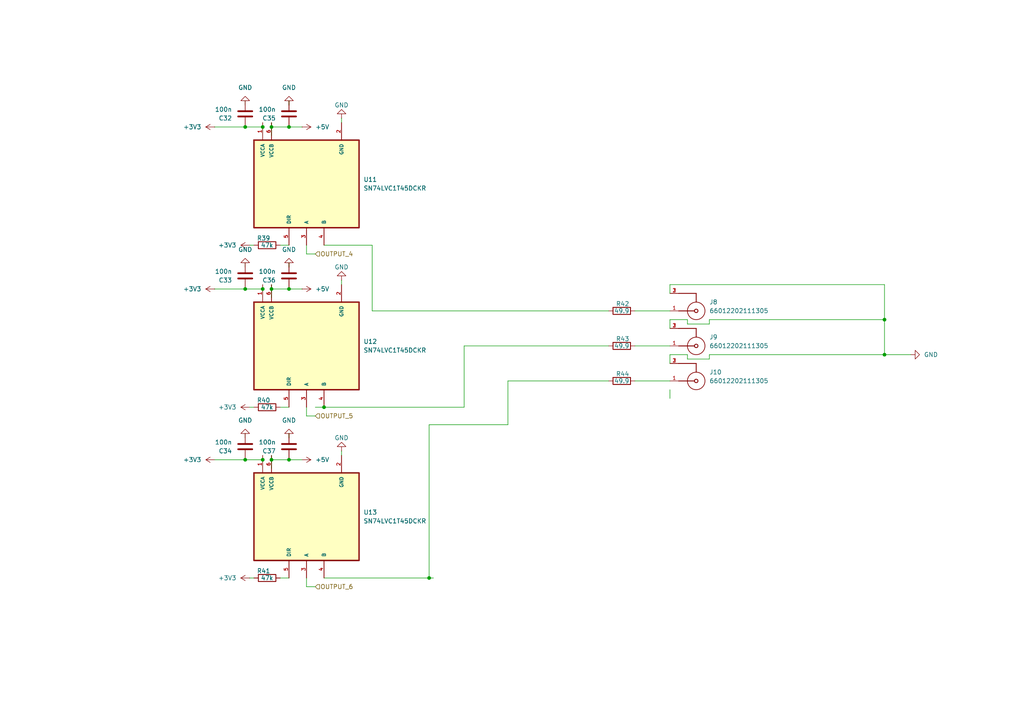
<source format=kicad_sch>
(kicad_sch (version 20250114) (generator "eeschema") (generator_version "9.0")
  (paper "A4")
  (title_block (title "OpenSync Output Ports 4 to 6") (date "2025-11-18") (rev "0.1") (company "OpenPIV Consortium"))
  (lib_symbols
    (symbol "66012202111305:66012202111305" (pin_names (offset 1.016))
      (property "Reference" "J" (at 0 3.54 0))
      (property "Value" "66012202111305" (at -5.08 -8.08 0))
      (symbol "66012202111305_0_0"
        (circle (center 0 0) (radius 0.5) (stroke (width 0.254)))
        (circle (center 0 0) (radius 2.54) (stroke (width 0.2)))
        (polyline (pts (xy 0 -2.54) (xy 0 -5.08)) (stroke (width 0.254)))
        (polyline (pts (xy 0 -5.08) (xy 5.08 -5.08)) (stroke (width 0.254)))
        (polyline (pts (xy 5.08 0) (xy 0.54 0)) (stroke (width 0.254)))
        (pin passive line (at 7.62 0 180) (length 2.54) (name "~") (number "1"))
        (pin passive line (at 7.62 -5.08 180) (length 2.54) (name "~") (number "2"))
        (pin passive line (at 7.62 -5.08 180) (length 2.54) (name "~") (number "3"))
      )
    )
    (symbol "Device:C" (pin_numbers (hide yes)) (pin_names (offset 0.254))
      (property "Reference" "C" (at 0.635 2.54 0))
      (property "Value" "C" (at 0.635 -2.54 0))
      (symbol "C_0_1"
        (polyline (pts (xy -2.032 0.762) (xy 2.032 0.762)) (stroke (width 0.508)))
        (polyline (pts (xy -2.032 -0.762) (xy 2.032 -0.762)) (stroke (width 0.508)))
      )
      (symbol "C_1_1"
        (pin passive line (at 0 3.81 270) (length 2.794) (name "~") (number "1"))
        (pin passive line (at 0 -3.81 90) (length 2.794) (name "~") (number "2"))
      )
    )
    (symbol "Device:R" (pin_numbers (hide yes)) (pin_names (offset 0))
      (property "Reference" "R" (at 2.032 0 90))
      (property "Value" "R" (at 0 0 90))
      (symbol "R_0_1"
        (rectangle (start -1.016 -2.54) (end 1.016 2.54) (stroke (width 0.254)))
      )
      (symbol "R_1_1"
        (pin passive line (at 0 3.81 270) (length 1.27) (name "~") (number "1"))
        (pin passive line (at 0 -3.81 90) (length 1.27) (name "~") (number "2"))
      )
    )
    (symbol "SN74LVC1T45DCKR:SN74LVC1T45DCKR" (pin_names (offset 1.016))
      (property "Reference" "U" (at -12.7 16.24 0))
      (property "Value" "SN74LVC1T45DCKR" (at -12.7 -19.24 0))
      (symbol "SN74LVC1T45DCKR_0_0"
        (rectangle (start -12.7 -15.24) (end 12.7 15.24) (stroke (width 0.41)) (fill (type background)))
        (pin input line (at -17.78 5.08 0) (length 5.08) (name "DIR") (number "5"))
        (pin bidirectional line (at -17.78 0 0) (length 5.08) (name "A") (number "3"))
        (pin bidirectional line (at -17.78 -5.08 0) (length 5.08) (name "B") (number "4"))
        (pin power_in line (at 17.78 12.7 180) (length 5.08) (name "VCCA") (number "1"))
        (pin power_in line (at 17.78 10.16 180) (length 5.08) (name "VCCB") (number "6"))
        (pin power_in line (at 17.78 -10.16 180) (length 5.08) (name "GND") (number "2"))
      )
    )
    (symbol "power:+3V3" (power) (pin_numbers (hide yes)) (pin_names (offset 0) (hide yes))
      (property "Value" "+3V3" (at 0 3.556 0))
      (symbol "+3V3_0_1"
        (polyline (pts (xy -0.762 1.27) (xy 0 2.54)))
        (polyline (pts (xy 0 2.54) (xy 0.762 1.27)))
        (polyline (pts (xy 0 0) (xy 0 2.54)))
      )
      (symbol "+3V3_1_1"
        (pin power_in line (at 0 0 90) (length 0) (name "~") (number "1"))
      )
    )
    (symbol "power:+5V" (power) (pin_numbers (hide yes)) (pin_names (offset 0) (hide yes))
      (property "Value" "+5V" (at 0 3.556 0))
      (symbol "+5V_0_1"
        (polyline (pts (xy -0.762 1.27) (xy 0 2.54)))
        (polyline (pts (xy 0 2.54) (xy 0.762 1.27)))
        (polyline (pts (xy 0 0) (xy 0 2.54)))
      )
      (symbol "+5V_1_1"
        (pin power_in line (at 0 0 90) (length 0) (name "~") (number "1"))
      )
    )
    (symbol "power:GND" (power) (pin_numbers (hide yes)) (pin_names (offset 0) (hide yes))
      (property "Value" "GND" (at 0 -3.81 0))
      (symbol "GND_0_1"
        (polyline (pts (xy 0 0) (xy 0 -1.27) (xy 1.27 -1.27) (xy 0 -2.54) (xy -1.27 -1.27) (xy 0 -1.27)))
      )
      (symbol "GND_1_1"
        (pin power_in line (at 0 0 270) (length 0) (name "~") (number "1"))
      )
    )
  )
  (junction (at 71.12 133.35))
  (junction (at 76.2 83.82))
  (junction (at 76.2 133.35))
  (junction (at 256.54 92.71))
  (junction (at 76.2 36.83))
  (junction (at 71.12 83.82))
  (junction (at 83.82 36.83))
  (junction (at 78.74 83.82))
  (junction (at 83.82 133.35))
  (junction (at 83.82 83.82))
  (junction (at 93.98 118.11))
  (junction (at 71.12 36.83))
  (junction (at 256.54 102.87))
  (junction (at 78.74 133.35))
  (junction (at 124.46 167.64))
  (junction (at 78.74 36.83))
  (wire (pts (xy 256.54 82.55) (xy 256.54 92.71)))
  (wire (pts (xy 83.82 133.35) (xy 87.63 133.35)))
  (wire (pts (xy 83.82 36.83) (xy 87.63 36.83)))
  (wire (pts (xy 76.2 36.83) (xy 76.2 35.56)))
  (wire (pts (xy 194.31 95.25) (xy 194.31 92.71)))
  (wire (pts (xy 88.9 120.65) (xy 91.44 120.65)))
  (wire (pts (xy 184.15 110.49) (xy 194.31 110.49)))
  (wire (pts (xy 76.2 83.82) (xy 76.2 82.55)))
  (wire (pts (xy 124.46 123.19) (xy 147.32 123.19)))
  (wire (pts (xy 88.9 71.12) (xy 88.9 73.66)))
  (wire (pts (xy 205.74 102.87) (xy 256.54 102.87)))
  (wire (pts (xy 199.39 93.98) (xy 205.74 93.98)))
  (wire (pts (xy 83.82 30.48) (xy 83.82 29.21)))
  (wire (pts (xy 71.12 77.47) (xy 71.12 76.2)))
  (wire (pts (xy 147.32 110.49) (xy 176.53 110.49)))
  (wire (pts (xy 78.74 86.36) (xy 78.74 83.82)))
  (wire (pts (xy 78.74 83.82) (xy 78.74 82.55)))
  (wire (pts (xy 71.12 83.82) (xy 76.2 83.82)))
  (wire (pts (xy 71.12 36.83) (xy 76.2 36.83)))
  (wire (pts (xy 93.98 118.11) (xy 134.62 118.11)))
  (wire (pts (xy 76.2 135.89) (xy 76.2 133.35)))
  (wire (pts (xy 194.31 102.87) (xy 199.39 102.87)))
  (wire (pts (xy 124.46 167.64) (xy 125.73 167.64)))
  (wire (pts (xy 256.54 92.71) (xy 256.54 102.87)))
  (wire (pts (xy 72.39 167.64) (xy 73.66 167.64)))
  (wire (pts (xy 184.15 100.33) (xy 194.31 100.33)))
  (wire (pts (xy 78.74 39.37) (xy 78.74 36.83)))
  (wire (pts (xy 88.9 170.18) (xy 91.44 170.18)))
  (wire (pts (xy 194.31 105.41) (xy 194.31 102.87)))
  (wire (pts (xy 199.39 104.14) (xy 205.74 104.14)))
  (wire (pts (xy 78.74 133.35) (xy 78.74 132.08)))
  (wire (pts (xy 99.06 34.29) (xy 99.06 35.56)))
  (wire (pts (xy 83.82 77.47) (xy 83.82 76.2)))
  (wire (pts (xy 199.39 102.87) (xy 199.39 104.14)))
  (wire (pts (xy 81.28 71.12) (xy 83.82 71.12)))
  (wire (pts (xy 184.15 90.17) (xy 194.31 90.17)))
  (wire (pts (xy 107.95 90.17) (xy 176.53 90.17)))
  (wire (pts (xy 88.9 167.64) (xy 88.9 170.18)))
  (wire (pts (xy 71.12 30.48) (xy 71.12 29.21)))
  (wire (pts (xy 78.74 36.83) (xy 83.82 36.83)))
  (wire (pts (xy 78.74 135.89) (xy 78.74 133.35)))
  (wire (pts (xy 62.23 36.83) (xy 71.12 36.83)))
  (wire (pts (xy 71.12 127) (xy 71.12 125.73)))
  (wire (pts (xy 78.74 133.35) (xy 83.82 133.35)))
  (wire (pts (xy 76.2 86.36) (xy 76.2 83.82)))
  (wire (pts (xy 107.95 71.12) (xy 107.95 90.17)))
  (wire (pts (xy 194.31 92.71) (xy 199.39 92.71)))
  (wire (pts (xy 147.32 110.49) (xy 147.32 123.19)))
  (wire (pts (xy 99.06 130.81) (xy 99.06 132.08)))
  (wire (pts (xy 199.39 92.71) (xy 199.39 93.98)))
  (wire (pts (xy 83.82 83.82) (xy 87.63 83.82)))
  (wire (pts (xy 134.62 100.33) (xy 176.53 100.33)))
  (wire (pts (xy 91.44 118.11) (xy 93.98 118.11)))
  (wire (pts (xy 205.74 92.71) (xy 256.54 92.71)))
  (wire (pts (xy 72.39 118.11) (xy 73.66 118.11)))
  (wire (pts (xy 88.9 118.11) (xy 88.9 120.65)))
  (wire (pts (xy 81.28 118.11) (xy 83.82 118.11)))
  (wire (pts (xy 72.39 71.12) (xy 73.66 71.12)))
  (wire (pts (xy 62.23 83.82) (xy 71.12 83.82)))
  (wire (pts (xy 76.2 133.35) (xy 76.2 132.08)))
  (wire (pts (xy 81.28 167.64) (xy 83.82 167.64)))
  (wire (pts (xy 83.82 127) (xy 83.82 125.73)))
  (wire (pts (xy 205.74 104.14) (xy 205.74 102.87)))
  (wire (pts (xy 205.74 93.98) (xy 205.74 92.71)))
  (wire (pts (xy 62.23 133.35) (xy 71.12 133.35)))
  (wire (pts (xy 78.74 83.82) (xy 83.82 83.82)))
  (wire (pts (xy 194.31 85.09) (xy 194.31 82.55)))
  (wire (pts (xy 78.74 36.83) (xy 78.74 35.56)))
  (wire (pts (xy 99.06 81.28) (xy 99.06 82.55)))
  (wire (pts (xy 88.9 73.66) (xy 91.44 73.66)))
  (wire (pts (xy 194.31 82.55) (xy 256.54 82.55)))
  (wire (pts (xy 107.95 71.12) (xy 93.98 71.12)))
  (wire (pts (xy 134.62 118.11) (xy 134.62 100.33)))
  (wire (pts (xy 76.2 39.37) (xy 76.2 36.83)))
  (wire (pts (xy 124.46 167.64) (xy 124.46 123.19)))
  (wire (pts (xy 93.98 167.64) (xy 124.46 167.64)))
  (wire (pts (xy 71.12 133.35) (xy 76.2 133.35)))
  (wire (pts (xy 256.54 102.87) (xy 264.16 102.87)))
  (wire (pts (xy 194.31 115.57) (xy 194.31 113.03)))
  (hierarchical_label "OUTPUT_5" (shape input) (at 91.44 120.65 0))
  (hierarchical_label "OUTPUT_4" (shape input) (at 91.44 73.66 0))
  (hierarchical_label "OUTPUT_6" (shape input) (at 91.44 170.18 0))
  (symbol (lib_id "Device:R") (at 77.47 118.11 90) (unit 1)
    (property "Reference" "R40" (at 76.454 116.078 90))
    (property "Value" "47k" (at 77.47 118.11 90))
    (property "Footprint" "Resistor_SMD:R_0402_1005Metric" (effects (hide yes)))
    (property "Description" "Resistor" (effects (hide yes)))
  )
  (symbol (lib_id "power:+3V3") (at 72.39 71.12 90) (unit 1)
    (property "Reference" "#PWR085" (effects (hide yes)))
    (property "Value" "+3V3" (at 68.58 71.1199 90) (effects (justify left)))
    (property "Description" "Power symbol creates a global label with name \"+3V3\"" (effects (hide yes)))
  )
  (symbol (lib_id "Device:C") (at 71.12 33.02 180) (unit 1)
    (property "Reference" "C32" (at 67.31 34.2901 0) (effects (justify left)))
    (property "Value" "100n" (at 67.31 31.7501 0) (effects (justify left)))
    (property "Footprint" "RP2350_80QFN_minimal:C_0402_1005Metric_small_pads" (effects (hide yes)))
    (property "Description" "Unpolarized capacitor" (effects (hide yes)))
  )
  (symbol (lib_id "66012202111305:66012202111305") (at 201.93 100.33 180) (unit 1)
    (property "Reference" "J9" (at 205.74 97.7764 0) (effects (justify right)))
    (property "Value" "66012202111305" (at 205.74 100.3164 0) (effects (justify right)))
    (property "Footprint" "66012202111305:66012202111305" (effects (hide yes)))
  )
  (symbol (lib_id "power:+5V") (at 87.63 83.82 270) (unit 1)
    (property "Reference" "#PWR092" (effects (hide yes)))
    (property "Value" "+5V" (at 91.44 83.8199 90) (effects (justify left)))
    (property "Description" "Power symbol creates a global label with name \"+5V\"" (effects (hide yes)))
  )
  (symbol (lib_id "power:GND") (at 71.12 127 180) (unit 1)
    (property "Reference" "#PWR082" (effects (hide yes)))
    (property "Value" "GND" (at 71.12 121.92 0))
    (property "Description" "Power symbol creates a global label with name \"GND\" , ground" (effects (hide yes)))
  )
  (symbol (lib_id "Device:R") (at 77.47 71.12 90) (unit 1)
    (property "Reference" "R39" (at 76.454 69.088 90))
    (property "Value" "47k" (at 77.47 71.12 90))
    (property "Footprint" "Resistor_SMD:R_0402_1005Metric" (effects (hide yes)))
    (property "Description" "Resistor" (effects (hide yes)))
  )
  (symbol (lib_id "power:GND") (at 71.12 77.47 180) (unit 1)
    (property "Reference" "#PWR080" (effects (hide yes)))
    (property "Value" "GND" (at 71.12 72.39 0))
    (property "Description" "Power symbol creates a global label with name \"GND\" , ground" (effects (hide yes)))
  )
  (symbol (lib_id "66012202111305:66012202111305") (at 201.93 110.49 180) (unit 1)
    (property "Reference" "J10" (at 205.74 107.9364 0) (effects (justify right)))
    (property "Value" "66012202111305" (at 205.74 110.4764 0) (effects (justify right)))
    (property "Footprint" "66012202111305:66012202111305" (effects (hide yes)))
  )
  (symbol (lib_id "power:GND") (at 83.82 127 180) (unit 1)
    (property "Reference" "#PWR089" (effects (hide yes)))
    (property "Value" "GND" (at 83.82 121.92 0))
    (property "Description" "Power symbol creates a global label with name \"GND\" , ground" (effects (hide yes)))
  )
  (symbol (lib_id "power:+5V") (at 87.63 36.83 270) (unit 1)
    (property "Reference" "#PWR091" (effects (hide yes)))
    (property "Value" "+5V" (at 91.44 36.8299 90) (effects (justify left)))
    (property "Description" "Power symbol creates a global label with name \"+5V\"" (effects (hide yes)))
  )
  (symbol (lib_id "Device:C") (at 71.12 129.54 180) (unit 1)
    (property "Reference" "C34" (at 67.31 130.8101 0) (effects (justify left)))
    (property "Value" "100n" (at 67.31 128.2701 0) (effects (justify left)))
    (property "Footprint" "RP2350_80QFN_minimal:C_0402_1005Metric_small_pads" (effects (hide yes)))
    (property "Description" "Unpolarized capacitor" (effects (hide yes)))
  )
  (symbol (lib_id "power:GND") (at 99.06 81.28 180) (unit 1)
    (property "Reference" "#PWR097" (effects (hide yes)))
    (property "Value" "GND" (at 99.06 77.47 0))
    (property "Description" "Power symbol creates a global label with name \"GND\" , ground" (effects (hide yes)))
  )
  (symbol (lib_id "power:+3V3") (at 72.39 167.64 90) (unit 1)
    (property "Reference" "#PWR086" (effects (hide yes)))
    (property "Value" "+3V3" (at 68.58 167.6399 90) (effects (justify left)))
    (property "Description" "Power symbol creates a global label with name \"+3V3\"" (effects (hide yes)))
  )
  (symbol (lib_id "SN74LVC1T45DCKR:SN74LVC1T45DCKR") (at 88.9 53.34 90) (unit 1)
    (property "Reference" "U11" (at 105.41 52.0699 90) (effects (justify right)))
    (property "Value" "SN74LVC1T45DCKR" (at 105.41 54.6099 90) (effects (justify right)))
    (property "Footprint" "SN74LVC1T45DCKR:SOT65P210X110-6N" (effects (hide yes)))
  )
  (symbol (lib_id "Device:R") (at 180.34 110.49 90) (unit 1)
    (property "Reference" "R44" (at 180.594 108.458 90))
    (property "Value" "49.9" (at 180.34 110.49 90))
    (property "Footprint" "Resistor_SMD:R_0402_1005Metric" (effects (hide yes)))
    (property "Description" "Resistor" (effects (hide yes)))
  )
  (symbol (lib_id "power:GND") (at 83.82 77.47 180) (unit 1)
    (property "Reference" "#PWR087" (effects (hide yes)))
    (property "Value" "GND" (at 83.82 72.39 0))
    (property "Description" "Power symbol creates a global label with name \"GND\" , ground" (effects (hide yes)))
  )
  (symbol (lib_id "Device:C") (at 83.82 80.01 180) (unit 1)
    (property "Reference" "C36" (at 80.01 81.2801 0) (effects (justify left)))
    (property "Value" "100n" (at 80.01 78.7401 0) (effects (justify left)))
    (property "Footprint" "RP2350_80QFN_minimal:C_0402_1005Metric_small_pads" (effects (hide yes)))
    (property "Description" "Unpolarized capacitor" (effects (hide yes)))
  )
  (symbol (lib_id "Device:C") (at 83.82 129.54 180) (unit 1)
    (property "Reference" "C37" (at 80.01 130.8101 0) (effects (justify left)))
    (property "Value" "100n" (at 80.01 128.2701 0) (effects (justify left)))
    (property "Footprint" "RP2350_80QFN_minimal:C_0402_1005Metric_small_pads" (effects (hide yes)))
    (property "Description" "Unpolarized capacitor" (effects (hide yes)))
  )
  (symbol (lib_id "power:GND") (at 264.16 102.87 90) (unit 1)
    (property "Reference" "#PWR099" (effects (hide yes)))
    (property "Value" "GND" (at 267.97 102.8699 90) (effects (justify right)))
    (property "Description" "Power symbol creates a global label with name \"GND\" , ground" (effects (hide yes)))
  )
  (symbol (lib_id "power:+3V3") (at 62.23 133.35 90) (unit 1)
    (property "Reference" "#PWR067" (effects (hide yes)))
    (property "Value" "+3V3" (at 58.42 133.3499 90) (effects (justify left)))
    (property "Description" "Power symbol creates a global label with name \"+3V3\"" (effects (hide yes)))
  )
  (symbol (lib_id "66012202111305:66012202111305") (at 201.93 90.17 180) (unit 1)
    (property "Reference" "J8" (at 205.74 87.6164 0) (effects (justify right)))
    (property "Value" "66012202111305" (at 205.74 90.1564 0) (effects (justify right)))
    (property "Footprint" "66012202111305:66012202111305" (effects (hide yes)))
  )
  (symbol (lib_id "Device:C") (at 71.12 80.01 180) (unit 1)
    (property "Reference" "C33" (at 67.31 81.2801 0) (effects (justify left)))
    (property "Value" "100n" (at 67.31 78.7401 0) (effects (justify left)))
    (property "Footprint" "RP2350_80QFN_minimal:C_0402_1005Metric_small_pads" (effects (hide yes)))
    (property "Description" "Unpolarized capacitor" (effects (hide yes)))
  )
  (symbol (lib_id "Device:C") (at 83.82 33.02 180) (unit 1)
    (property "Reference" "C35" (at 80.01 34.2901 0) (effects (justify left)))
    (property "Value" "100n" (at 80.01 31.7501 0) (effects (justify left)))
    (property "Footprint" "RP2350_80QFN_minimal:C_0402_1005Metric_small_pads" (effects (hide yes)))
    (property "Description" "Unpolarized capacitor" (effects (hide yes)))
  )
  (symbol (lib_id "Device:R") (at 180.34 90.17 90) (unit 1)
    (property "Reference" "R42" (at 180.594 88.138 90))
    (property "Value" "49.9" (at 180.34 90.17 90))
    (property "Footprint" "Resistor_SMD:R_0402_1005Metric" (effects (hide yes)))
    (property "Description" "Resistor" (effects (hide yes)))
  )
  (symbol (lib_id "power:GND") (at 83.82 30.48 180) (unit 1)
    (property "Reference" "#PWR088" (effects (hide yes)))
    (property "Value" "GND" (at 83.82 25.4 0))
    (property "Description" "Power symbol creates a global label with name \"GND\" , ground" (effects (hide yes)))
  )
  (symbol (lib_id "SN74LVC1T45DCKR:SN74LVC1T45DCKR") (at 88.9 149.86 90) (unit 1)
    (property "Reference" "U13" (at 105.41 148.5899 90) (effects (justify right)))
    (property "Value" "SN74LVC1T45DCKR" (at 105.41 151.1299 90) (effects (justify right)))
    (property "Footprint" "SN74LVC1T45DCKR:SOT65P210X110-6N" (effects (hide yes)))
  )
  (symbol (lib_id "power:GND") (at 99.06 130.81 180) (unit 1)
    (property "Reference" "#PWR098" (effects (hide yes)))
    (property "Value" "GND" (at 99.06 127 0))
    (property "Description" "Power symbol creates a global label with name \"GND\" , ground" (effects (hide yes)))
  )
  (symbol (lib_id "power:GND") (at 71.12 30.48 180) (unit 1)
    (property "Reference" "#PWR081" (effects (hide yes)))
    (property "Value" "GND" (at 71.12 25.4 0))
    (property "Description" "Power symbol creates a global label with name \"GND\" , ground" (effects (hide yes)))
  )
  (symbol (lib_id "power:+3V3") (at 62.23 36.83 90) (unit 1)
    (property "Reference" "#PWR079" (effects (hide yes)))
    (property "Value" "+3V3" (at 58.42 36.8299 90) (effects (justify left)))
    (property "Description" "Power symbol creates a global label with name \"+3V3\"" (effects (hide yes)))
  )
  (symbol (lib_id "power:+3V3") (at 62.23 83.82 90) (unit 1)
    (property "Reference" "#PWR061" (effects (hide yes)))
    (property "Value" "+3V3" (at 58.42 83.8199 90) (effects (justify left)))
    (property "Description" "Power symbol creates a global label with name \"+3V3\"" (effects (hide yes)))
  )
  (symbol (lib_id "power:GND") (at 99.06 34.29 180) (unit 1)
    (property "Reference" "#PWR095" (effects (hide yes)))
    (property "Value" "GND" (at 99.06 30.48 0))
    (property "Description" "Power symbol creates a global label with name \"GND\" , ground" (effects (hide yes)))
  )
  (symbol (lib_id "power:+5V") (at 87.63 133.35 270) (unit 1)
    (property "Reference" "#PWR094" (effects (hide yes)))
    (property "Value" "+5V" (at 91.44 133.3499 90) (effects (justify left)))
    (property "Description" "Power symbol creates a global label with name \"+5V\"" (effects (hide yes)))
  )
  (symbol (lib_id "Device:R") (at 180.34 100.33 90) (unit 1)
    (property "Reference" "R43" (at 180.594 98.298 90))
    (property "Value" "49.9" (at 180.34 100.33 90))
    (property "Footprint" "Resistor_SMD:R_0402_1005Metric" (effects (hide yes)))
    (property "Description" "Resistor" (effects (hide yes)))
  )
  (symbol (lib_id "power:+3V3") (at 72.39 118.11 90) (unit 1)
    (property "Reference" "#PWR083" (effects (hide yes)))
    (property "Value" "+3V3" (at 68.58 118.1099 90) (effects (justify left)))
    (property "Description" "Power symbol creates a global label with name \"+3V3\"" (effects (hide yes)))
  )
  (symbol (lib_id "Device:R") (at 77.47 167.64 90) (unit 1)
    (property "Reference" "R41" (at 76.454 165.608 90))
    (property "Value" "47k" (at 77.47 167.64 90))
    (property "Footprint" "Resistor_SMD:R_0402_1005Metric" (effects (hide yes)))
    (property "Description" "Resistor" (effects (hide yes)))
  )
  (symbol (lib_id "SN74LVC1T45DCKR:SN74LVC1T45DCKR") (at 88.9 100.33 90) (unit 1)
    (property "Reference" "U12" (at 105.41 99.0599 90) (effects (justify right)))
    (property "Value" "SN74LVC1T45DCKR" (at 105.41 101.5999 90) (effects (justify right)))
    (property "Footprint" "SN74LVC1T45DCKR:SOT65P210X110-6N" (effects (hide yes)))
  )
)
</source>
